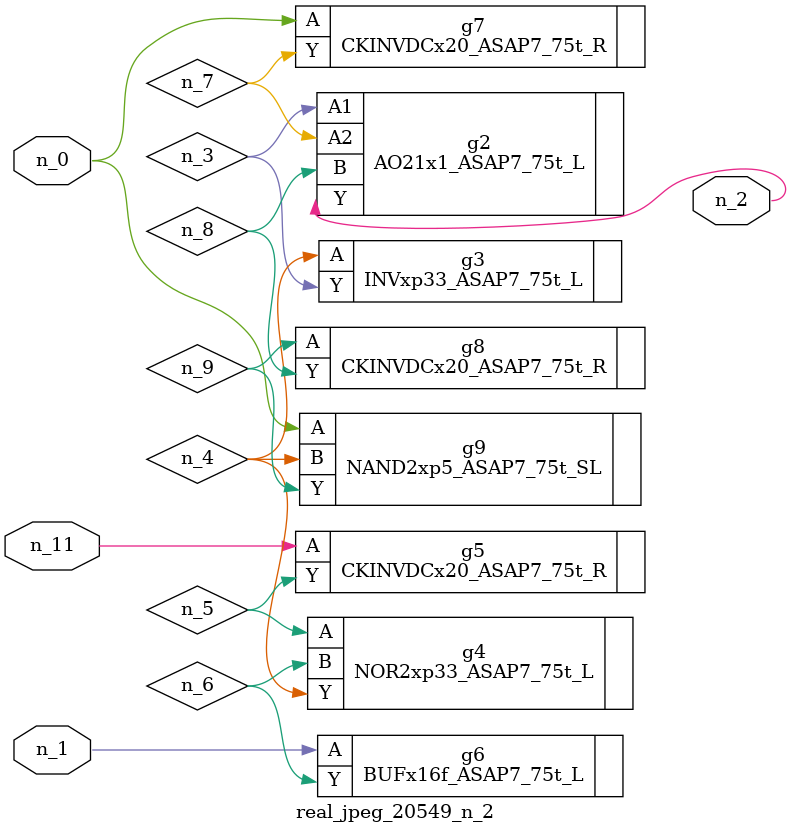
<source format=v>
module real_jpeg_20549_n_2 (n_1, n_11, n_0, n_2);

input n_1;
input n_11;
input n_0;

output n_2;

wire n_5;
wire n_4;
wire n_8;
wire n_6;
wire n_7;
wire n_3;
wire n_9;

CKINVDCx20_ASAP7_75t_R g7 ( 
.A(n_0),
.Y(n_7)
);

NAND2xp5_ASAP7_75t_SL g9 ( 
.A(n_0),
.B(n_4),
.Y(n_9)
);

BUFx16f_ASAP7_75t_L g6 ( 
.A(n_1),
.Y(n_6)
);

AO21x1_ASAP7_75t_L g2 ( 
.A1(n_3),
.A2(n_7),
.B(n_8),
.Y(n_2)
);

INVxp33_ASAP7_75t_L g3 ( 
.A(n_4),
.Y(n_3)
);

NOR2xp33_ASAP7_75t_L g4 ( 
.A(n_5),
.B(n_6),
.Y(n_4)
);

CKINVDCx20_ASAP7_75t_R g8 ( 
.A(n_9),
.Y(n_8)
);

CKINVDCx20_ASAP7_75t_R g5 ( 
.A(n_11),
.Y(n_5)
);


endmodule
</source>
